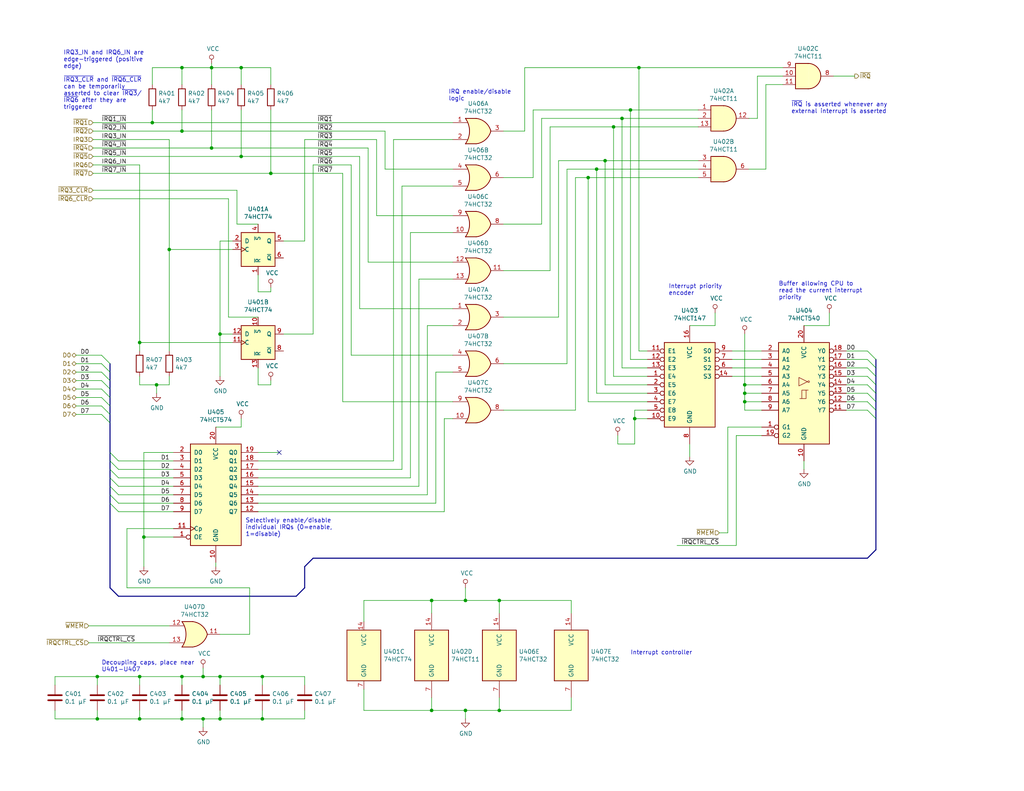
<source format=kicad_sch>
(kicad_sch (version 20211123) (generator eeschema)
  (paper "User" 307.34 237.49)
  (lib_symbols
    (symbol "74xx:74LS11" (pin_names (offset 1.016))
      (property "Reference" "U" (at 0 1.27 0))
      (property "Value" "74LS11" (at 0 -1.27 0))
      (symbol "74LS11_1_1"
        (pin input line (at -7.62 2.54 0) (length 3.81) (name "~") (number "1"))
        (pin output line (at 7.62 0 180) (length 3.81) (name "~") (number "12"))
        (pin input line (at -7.62 -2.54 0) (length 3.81) (name "~") (number "13"))
        (pin input line (at -7.62 0 0) (length 3.81) (name "~") (number "2"))
      )
      (symbol "74LS11_1_2"
        (pin input inverted (at -7.62 2.54 0) (length 4.318) (name "~") (number "1"))
        (pin output inverted (at 7.62 0 180) (length 3.81) (name "~") (number "12"))
        (pin input inverted (at -7.62 -2.54 0) (length 4.318) (name "~") (number "13"))
        (pin input inverted (at -7.62 0 0) (length 4.953) (name "~") (number "2"))
      )
      (symbol "74LS11_2_1"
        (pin input line (at -7.62 2.54 0) (length 3.81) (name "~") (number "3"))
        (pin input line (at -7.62 0 0) (length 3.81) (name "~") (number "4"))
        (pin input line (at -7.62 -2.54 0) (length 3.81) (name "~") (number "5"))
        (pin output line (at 7.62 0 180) (length 3.81) (name "~") (number "6"))
      )
      (symbol "74LS11_2_2"
        (pin input inverted (at -7.62 2.54 0) (length 4.318) (name "~") (number "3"))
        (pin input inverted (at -7.62 0 0) (length 4.953) (name "~") (number "4"))
        (pin input inverted (at -7.62 -2.54 0) (length 4.318) (name "~") (number "5"))
        (pin output inverted (at 7.62 0 180) (length 3.81) (name "~") (number "6"))
      )
      (symbol "74LS11_3_1"
        (pin input line (at -7.62 0 0) (length 3.81) (name "~") (number "10"))
        (pin input line (at -7.62 -2.54 0) (length 3.81) (name "~") (number "11"))
        (pin output line (at 7.62 0 180) (length 3.81) (name "~") (number "8"))
        (pin input line (at -7.62 2.54 0) (length 3.81) (name "~") (number "9"))
      )
      (symbol "74LS11_3_2"
        (pin input inverted (at -7.62 0 0) (length 4.953) (name "~") (number "10"))
        (pin input inverted (at -7.62 -2.54 0) (length 4.318) (name "~") (number "11"))
        (pin output inverted (at 7.62 0 180) (length 3.81) (name "~") (number "8"))
        (pin input inverted (at -7.62 2.54 0) (length 4.318) (name "~") (number "9"))
      )
      (symbol "74LS11_4_0"
        (pin power_in line (at 0 12.7 270) (length 5.08) (name "VCC") (number "14"))
        (pin power_in line (at 0 -12.7 90) (length 5.08) (name "GND") (number "7"))
      )
    )
    (symbol "74xx:74LS147" (pin_names (offset 1.016))
      (property "Reference" "U" (at -7.62 13.97 0))
      (property "Value" "74LS147" (at -7.62 -13.97 0))
      (symbol "74LS147_1_0"
        (pin input inverted (at -12.7 2.54 0) (length 5.08) (name "E4") (number "1"))
        (pin input inverted (at -12.7 -10.16 0) (length 5.08) (name "E9") (number "10"))
        (pin input inverted (at -12.7 10.16 0) (length 5.08) (name "E1") (number "11"))
        (pin input inverted (at -12.7 7.62 0) (length 5.08) (name "E2") (number "12"))
        (pin input inverted (at -12.7 5.08 0) (length 5.08) (name "E3") (number "13"))
        (pin output inverted (at 12.7 2.54 180) (length 5.08) (name "S3") (number "14"))
        (pin power_in line (at 0 17.78 270) (length 5.08) (name "VCC") (number "16"))
        (pin input inverted (at -12.7 0 0) (length 5.08) (name "E5") (number "2"))
        (pin input inverted (at -12.7 -2.54 0) (length 5.08) (name "E6") (number "3"))
        (pin input inverted (at -12.7 -5.08 0) (length 5.08) (name "E7") (number "4"))
        (pin input inverted (at -12.7 -7.62 0) (length 5.08) (name "E8") (number "5"))
        (pin output inverted (at 12.7 5.08 180) (length 5.08) (name "S2") (number "6"))
        (pin output inverted (at 12.7 7.62 180) (length 5.08) (name "S1") (number "7"))
        (pin power_in line (at 0 -17.78 90) (length 5.08) (name "GND") (number "8"))
        (pin output inverted (at 12.7 10.16 180) (length 5.08) (name "S0") (number "9"))
      )
    )
    (symbol "74xx:74LS32" (pin_names (offset 1.016))
      (property "Reference" "U" (at 0 1.27 0))
      (property "Value" "74LS32" (at 0 -1.27 0))
      (symbol "74LS32_1_1"
        (pin input line (at -7.62 2.54 0) (length 4.318) (name "~") (number "1"))
        (pin input line (at -7.62 -2.54 0) (length 4.318) (name "~") (number "2"))
        (pin output line (at 7.62 0 180) (length 3.81) (name "~") (number "3"))
      )
      (symbol "74LS32_1_2"
        (pin input inverted (at -7.62 2.54 0) (length 3.81) (name "~") (number "1"))
        (pin input inverted (at -7.62 -2.54 0) (length 3.81) (name "~") (number "2"))
        (pin output inverted (at 7.62 0 180) (length 3.81) (name "~") (number "3"))
      )
      (symbol "74LS32_2_1"
        (pin input line (at -7.62 2.54 0) (length 4.318) (name "~") (number "4"))
        (pin input line (at -7.62 -2.54 0) (length 4.318) (name "~") (number "5"))
        (pin output line (at 7.62 0 180) (length 3.81) (name "~") (number "6"))
      )
      (symbol "74LS32_2_2"
        (pin input inverted (at -7.62 2.54 0) (length 3.81) (name "~") (number "4"))
        (pin input inverted (at -7.62 -2.54 0) (length 3.81) (name "~") (number "5"))
        (pin output inverted (at 7.62 0 180) (length 3.81) (name "~") (number "6"))
      )
      (symbol "74LS32_3_1"
        (pin input line (at -7.62 -2.54 0) (length 4.318) (name "~") (number "10"))
        (pin output line (at 7.62 0 180) (length 3.81) (name "~") (number "8"))
        (pin input line (at -7.62 2.54 0) (length 4.318) (name "~") (number "9"))
      )
      (symbol "74LS32_3_2"
        (pin input inverted (at -7.62 -2.54 0) (length 3.81) (name "~") (number "10"))
        (pin output inverted (at 7.62 0 180) (length 3.81) (name "~") (number "8"))
        (pin input inverted (at -7.62 2.54 0) (length 3.81) (name "~") (number "9"))
      )
      (symbol "74LS32_4_1"
        (pin output line (at 7.62 0 180) (length 3.81) (name "~") (number "11"))
        (pin input line (at -7.62 2.54 0) (length 4.318) (name "~") (number "12"))
        (pin input line (at -7.62 -2.54 0) (length 4.318) (name "~") (number "13"))
      )
      (symbol "74LS32_4_2"
        (pin output inverted (at 7.62 0 180) (length 3.81) (name "~") (number "11"))
        (pin input inverted (at -7.62 2.54 0) (length 3.81) (name "~") (number "12"))
        (pin input inverted (at -7.62 -2.54 0) (length 3.81) (name "~") (number "13"))
      )
      (symbol "74LS32_5_0"
        (pin power_in line (at 0 12.7 270) (length 5.08) (name "VCC") (number "14"))
        (pin power_in line (at 0 -12.7 90) (length 5.08) (name "GND") (number "7"))
      )
    )
    (symbol "74xx:74LS540" (pin_names (offset 1.016))
      (property "Reference" "U" (at -7.62 16.51 0))
      (property "Value" "74LS540" (at -7.62 -16.51 0))
      (symbol "74LS540_1_0"
        (pin input inverted (at -12.7 -10.16 0) (length 5.08) (name "G1") (number "1"))
        (pin power_in line (at 0 -20.32 90) (length 5.08) (name "GND") (number "10"))
        (pin tri_state inverted (at 12.7 -5.08 180) (length 5.08) (name "Y7") (number "11"))
        (pin tri_state inverted (at 12.7 -2.54 180) (length 5.08) (name "Y6") (number "12"))
        (pin tri_state inverted (at 12.7 0 180) (length 5.08) (name "Y5") (number "13"))
        (pin tri_state inverted (at 12.7 2.54 180) (length 5.08) (name "Y4") (number "14"))
        (pin tri_state inverted (at 12.7 5.08 180) (length 5.08) (name "Y3") (number "15"))
        (pin tri_state inverted (at 12.7 7.62 180) (length 5.08) (name "Y2") (number "16"))
        (pin tri_state inverted (at 12.7 10.16 180) (length 5.08) (name "Y1") (number "17"))
        (pin tri_state inverted (at 12.7 12.7 180) (length 5.08) (name "Y0") (number "18"))
        (pin input inverted (at -12.7 -12.7 0) (length 5.08) (name "G2") (number "19"))
        (pin input line (at -12.7 12.7 0) (length 5.08) (name "A0") (number "2"))
        (pin power_in line (at 0 20.32 270) (length 5.08) (name "VCC") (number "20"))
        (pin input line (at -12.7 10.16 0) (length 5.08) (name "A1") (number "3"))
        (pin input line (at -12.7 7.62 0) (length 5.08) (name "A2") (number "4"))
        (pin input line (at -12.7 5.08 0) (length 5.08) (name "A3") (number "5"))
        (pin input line (at -12.7 2.54 0) (length 5.08) (name "A4") (number "6"))
        (pin input line (at -12.7 0 0) (length 5.08) (name "A5") (number "7"))
        (pin input line (at -12.7 -2.54 0) (length 5.08) (name "A6") (number "8"))
        (pin input line (at -12.7 -5.08 0) (length 5.08) (name "A7") (number "9"))
      )
    )
    (symbol "74xx:74LS574" (pin_names (offset 1.016))
      (property "Reference" "U" (at -7.62 16.51 0))
      (property "Value" "74LS574" (at -7.62 -16.51 0))
      (symbol "74LS574_1_0"
        (pin input inverted (at -12.7 -12.7 0) (length 5.08) (name "OE") (number "1"))
        (pin power_in line (at 0 -20.32 90) (length 5.08) (name "GND") (number "10"))
        (pin input clock (at -12.7 -10.16 0) (length 5.08) (name "Cp") (number "11"))
        (pin tri_state line (at 12.7 -5.08 180) (length 5.08) (name "Q7") (number "12"))
        (pin tri_state line (at 12.7 -2.54 180) (length 5.08) (name "Q6") (number "13"))
        (pin tri_state line (at 12.7 0 180) (length 5.08) (name "Q5") (number "14"))
        (pin tri_state line (at 12.7 2.54 180) (length 5.08) (name "Q4") (number "15"))
        (pin tri_state line (at 12.7 5.08 180) (length 5.08) (name "Q3") (number "16"))
        (pin tri_state line (at 12.7 7.62 180) (length 5.08) (name "Q2") (number "17"))
        (pin tri_state line (at 12.7 10.16 180) (length 5.08) (name "Q1") (number "18"))
        (pin tri_state line (at 12.7 12.7 180) (length 5.08) (name "Q0") (number "19"))
        (pin input line (at -12.7 12.7 0) (length 5.08) (name "D0") (number "2"))
        (pin power_in line (at 0 20.32 270) (length 5.08) (name "VCC") (number "20"))
        (pin input line (at -12.7 10.16 0) (length 5.08) (name "D1") (number "3"))
        (pin input line (at -12.7 7.62 0) (length 5.08) (name "D2") (number "4"))
        (pin input line (at -12.7 5.08 0) (length 5.08) (name "D3") (number "5"))
        (pin input line (at -12.7 2.54 0) (length 5.08) (name "D4") (number "6"))
        (pin input line (at -12.7 0 0) (length 5.08) (name "D5") (number "7"))
        (pin input line (at -12.7 -2.54 0) (length 5.08) (name "D6") (number "8"))
        (pin input line (at -12.7 -5.08 0) (length 5.08) (name "D7") (number "9"))
      )
    )
    (symbol "74xx:74LS74" (pin_names (offset 1.016))
      (property "Reference" "U" (at -7.62 8.89 0))
      (property "Value" "74LS74" (at -7.62 -8.89 0))
      (symbol "74LS74_1_0"
        (pin input line (at 0 -7.62 90) (length 2.54) (name "~{R}") (number "1"))
        (pin input line (at -7.62 2.54 0) (length 2.54) (name "D") (number "2"))
        (pin input clock (at -7.62 0 0) (length 2.54) (name "C") (number "3"))
        (pin input line (at 0 7.62 270) (length 2.54) (name "~{S}") (number "4"))
        (pin output line (at 7.62 2.54 180) (length 2.54) (name "Q") (number "5"))
        (pin output line (at 7.62 -2.54 180) (length 2.54) (name "~{Q}") (number "6"))
      )
      (symbol "74LS74_2_0"
        (pin input line (at 0 7.62 270) (length 2.54) (name "~{S}") (number "10"))
        (pin input clock (at -7.62 0 0) (length 2.54) (name "C") (number "11"))
        (pin input line (at -7.62 2.54 0) (length 2.54) (name "D") (number "12"))
        (pin input line (at 0 -7.62 90) (length 2.54) (name "~{R}") (number "13"))
        (pin output line (at 7.62 -2.54 180) (length 2.54) (name "~{Q}") (number "8"))
        (pin output line (at 7.62 2.54 180) (length 2.54) (name "Q") (number "9"))
      )
      (symbol "74LS74_3_0"
        (pin power_in line (at 0 10.16 270) (length 2.54) (name "VCC") (number "14"))
        (pin power_in line (at 0 -10.16 90) (length 2.54) (name "GND") (number "7"))
      )
    )
    (symbol "device:C" (pin_numbers hide) (pin_names (offset 0.254))
      (property "Reference" "C" (at 0.635 2.54 0))
      (property "Value" "C" (at 0.635 -2.54 0))
      (symbol "C_1_1"
        (pin passive line (at 0 3.81 270) (length 2.794) (name "~") (number "1"))
        (pin passive line (at 0 -3.81 90) (length 2.794) (name "~") (number "2"))
      )
    )
    (symbol "device:R" (pin_numbers hide) (pin_names (offset 0))
      (property "Reference" "R" (at 2.032 0 90))
      (property "Value" "R" (at 0 0 90))
      (symbol "R_1_1"
        (pin passive line (at 0 3.81 270) (length 1.27) (name "~") (number "1"))
        (pin passive line (at 0 -3.81 90) (length 1.27) (name "~") (number "2"))
      )
    )
    (symbol "power:GND" (power) (pin_names (offset 0))
      (property "Value" "GND" (at 0 -3.81 0))
      (symbol "GND_1_1"
        (pin power_in line (at 0 0 270) (length 0) hide (name "GND") (number "1"))
      )
    )
    (symbol "power:VCC" (power) (pin_names (offset 0))
      (property "Value" "VCC" (at 0 3.81 0))
      (symbol "VCC_1_1"
        (pin power_in line (at 0 0 90) (length 0) hide (name "VCC") (number "1"))
      )
    )
  )
  (junction (at 45.72 36.83))
  (junction (at 190.5 125.73))
  (junction (at 66.04 215.9))
  (junction (at 179.07 50.8))
  (junction (at 60.96 203.2))
  (junction (at 181.61 48.26))
  (junction (at 66.04 100.33))
  (junction (at 54.61 20.32))
  (junction (at 176.53 53.34))
  (junction (at 63.5 44.45))
  (junction (at 81.28 52.07))
  (junction (at 41.91 102.87))
  (junction (at 43.18 161.29))
  (junction (at 29.21 203.2))
  (junction (at 223.52 115.57))
  (junction (at 72.39 46.99))
  (junction (at 78.74 203.2))
  (junction (at 223.52 118.11))
  (junction (at 54.61 215.9))
  (junction (at 129.54 180.34))
  (junction (at 186.69 35.56))
  (junction (at 139.7 180.34))
  (junction (at 41.91 203.2))
  (junction (at 60.96 215.9))
  (junction (at 72.39 20.32))
  (junction (at 41.91 215.9))
  (junction (at 46.99 115.57))
  (junction (at 63.5 20.32))
  (junction (at 50.8 74.93))
  (junction (at 139.7 213.36))
  (junction (at 54.61 39.37))
  (junction (at 78.74 215.9))
  (junction (at 54.61 203.2))
  (junction (at 189.23 33.02))
  (junction (at 129.54 213.36))
  (junction (at 29.21 215.9))
  (junction (at 184.15 38.1))
  (junction (at 191.77 20.32))
  (junction (at 66.04 203.2))
  (junction (at 149.86 180.34))
  (junction (at 149.86 213.36))
  (junction (at 223.52 120.65))
  (no_connect (at 83.82 135.89))
  (bus_entry (at 33.02 140.97) (size 2.54 2.54))
  (bus_entry (at 260.35 120.65) (size 2.54 2.54))
  (bus_entry (at 33.02 148.59) (size 2.54 2.54))
  (bus_entry (at 30.48 124.46) (size 2.54 2.54))
  (bus_entry (at 260.35 123.19) (size 2.54 2.54))
  (bus_entry (at 33.02 146.05) (size 2.54 2.54))
  (bus_entry (at 30.48 119.38) (size 2.54 2.54))
  (bus_entry (at 30.48 109.22) (size 2.54 2.54))
  (bus_entry (at 30.48 114.3) (size 2.54 2.54))
  (bus_entry (at 33.02 138.43) (size 2.54 2.54))
  (bus_entry (at 30.48 106.68) (size 2.54 2.54))
  (bus_entry (at 30.48 116.84) (size 2.54 2.54))
  (bus_entry (at 30.48 111.76) (size 2.54 2.54))
  (bus_entry (at 33.02 135.89) (size 2.54 2.54))
  (bus_entry (at 260.35 115.57) (size 2.54 2.54))
  (bus_entry (at 33.02 143.51) (size 2.54 2.54))
  (bus_entry (at 33.02 151.13) (size 2.54 2.54))
  (bus_entry (at 260.35 110.49) (size 2.54 2.54))
  (bus_entry (at 260.35 113.03) (size 2.54 2.54))
  (bus_entry (at 260.35 107.95) (size 2.54 2.54))
  (bus_entry (at 30.48 121.92) (size 2.54 2.54))
  (bus_entry (at 260.35 118.11) (size 2.54 2.54))
  (bus_entry (at 260.35 105.41) (size 2.54 2.54))
  (wire (pts (xy 50.8 74.93) (xy 69.85 74.93)))
  (wire (pts (xy 179.07 50.8) (xy 209.55 50.8)))
  (wire (pts (xy 78.74 215.9) (xy 66.04 215.9)))
  (wire (pts (xy 77.47 135.89) (xy 83.82 135.89)))
  (wire (pts (xy 91.44 203.2) (xy 78.74 203.2)))
  (wire (pts (xy 29.21 203.2) (xy 41.91 203.2)))
  (wire (pts (xy 151.13 95.25) (xy 167.64 95.25)))
  (wire (pts (xy 149.86 184.15) (xy 149.86 180.34)))
  (wire (pts (xy 81.28 52.07) (xy 102.87 52.07)))
  (wire (pts (xy 118.11 138.43) (xy 118.11 41.91)))
  (wire (pts (xy 27.94 44.45) (xy 63.5 44.45)))
  (wire (pts (xy 77.47 140.97) (xy 120.65 140.97)))
  (wire (pts (xy 167.64 95.25) (xy 167.64 48.26)))
  (bus (pts (xy 33.02 140.97) (xy 33.02 143.51)))
  (wire (pts (xy 81.28 87.63) (xy 81.28 86.36)))
  (wire (pts (xy 41.91 102.87) (xy 41.91 49.53)))
  (wire (pts (xy 151.13 123.19) (xy 172.72 123.19)))
  (wire (pts (xy 203.2 163.83) (xy 220.98 163.83)))
  (wire (pts (xy 181.61 115.57) (xy 194.31 115.57)))
  (bus (pts (xy 33.02 151.13) (xy 33.02 176.53)))
  (wire (pts (xy 45.72 25.4) (xy 45.72 20.32)))
  (wire (pts (xy 135.89 78.74) (xy 110.49 78.74)))
  (wire (pts (xy 139.7 180.34) (xy 139.7 176.53)))
  (wire (pts (xy 123.19 69.85) (xy 135.89 69.85)))
  (wire (pts (xy 228.6 130.81) (xy 220.98 130.81)))
  (wire (pts (xy 130.81 151.13) (xy 130.81 111.76)))
  (bus (pts (xy 33.02 176.53) (xy 35.56 179.07)))
  (wire (pts (xy 128.27 148.59) (xy 128.27 97.79)))
  (wire (pts (xy 113.03 41.91) (xy 113.03 64.77)))
  (bus (pts (xy 93.98 167.64) (xy 260.35 167.64)))
  (wire (pts (xy 27.94 46.99) (xy 72.39 46.99)))
  (wire (pts (xy 72.39 20.32) (xy 63.5 20.32)))
  (wire (pts (xy 16.51 213.36) (xy 16.51 215.9)))
  (wire (pts (xy 229.87 50.8) (xy 229.87 25.4)))
  (wire (pts (xy 60.96 203.2) (xy 54.61 203.2)))
  (wire (pts (xy 78.74 205.74) (xy 78.74 203.2)))
  (bus (pts (xy 33.02 148.59) (xy 33.02 151.13)))
  (wire (pts (xy 179.07 118.11) (xy 179.07 50.8)))
  (wire (pts (xy 227.33 22.86) (xy 234.95 22.86)))
  (wire (pts (xy 135.89 50.8) (xy 115.57 50.8)))
  (wire (pts (xy 91.44 213.36) (xy 91.44 215.9)))
  (wire (pts (xy 254 107.95) (xy 260.35 107.95)))
  (wire (pts (xy 228.6 115.57) (xy 223.52 115.57)))
  (bus (pts (xy 262.89 123.19) (xy 262.89 125.73)))
  (wire (pts (xy 64.77 128.27) (xy 72.39 128.27)))
  (wire (pts (xy 254 115.57) (xy 260.35 115.57)))
  (wire (pts (xy 66.04 213.36) (xy 66.04 215.9)))
  (wire (pts (xy 110.49 78.74) (xy 110.49 44.45)))
  (wire (pts (xy 85.09 100.33) (xy 93.98 100.33)))
  (wire (pts (xy 254 110.49) (xy 260.35 110.49)))
  (wire (pts (xy 41.91 213.36) (xy 41.91 215.9)))
  (wire (pts (xy 63.5 33.02) (xy 63.5 44.45)))
  (wire (pts (xy 135.89 92.71) (xy 107.95 92.71)))
  (wire (pts (xy 227.33 35.56) (xy 227.33 22.86)))
  (wire (pts (xy 184.15 113.03) (xy 184.15 38.1)))
  (wire (pts (xy 181.61 48.26) (xy 209.55 48.26)))
  (wire (pts (xy 81.28 115.57) (xy 81.28 114.3)))
  (wire (pts (xy 66.04 205.74) (xy 66.04 203.2)))
  (wire (pts (xy 52.07 135.89) (xy 43.18 135.89)))
  (wire (pts (xy 93.98 100.33) (xy 93.98 49.53)))
  (wire (pts (xy 69.85 72.39) (xy 66.04 72.39)))
  (wire (pts (xy 54.61 33.02) (xy 54.61 39.37)))
  (wire (pts (xy 77.47 153.67) (xy 133.35 153.67)))
  (wire (pts (xy 77.47 138.43) (xy 118.11 138.43)))
  (wire (pts (xy 60.96 215.9) (xy 54.61 215.9)))
  (bus (pts (xy 262.89 107.95) (xy 262.89 110.49)))
  (wire (pts (xy 77.47 143.51) (xy 123.19 143.51)))
  (wire (pts (xy 248.92 97.79) (xy 248.92 93.98)))
  (wire (pts (xy 223.52 123.19) (xy 223.52 120.65)))
  (wire (pts (xy 63.5 25.4) (xy 63.5 20.32)))
  (bus (pts (xy 33.02 138.43) (xy 33.02 140.97)))
  (wire (pts (xy 162.56 67.31) (xy 162.56 35.56)))
  (wire (pts (xy 130.81 111.76) (xy 135.89 111.76)))
  (wire (pts (xy 120.65 55.88) (xy 135.89 55.88)))
  (wire (pts (xy 27.94 52.07) (xy 81.28 52.07)))
  (wire (pts (xy 162.56 35.56) (xy 186.69 35.56)))
  (wire (pts (xy 29.21 203.2) (xy 16.51 203.2)))
  (wire (pts (xy 27.94 57.15) (xy 71.12 57.15)))
  (wire (pts (xy 22.86 114.3) (xy 30.48 114.3)))
  (wire (pts (xy 151.13 39.37) (xy 157.48 39.37)))
  (wire (pts (xy 171.45 180.34) (xy 149.86 180.34)))
  (wire (pts (xy 52.07 140.97) (xy 35.56 140.97)))
  (wire (pts (xy 228.6 105.41) (xy 219.71 105.41)))
  (wire (pts (xy 223.52 115.57) (xy 223.52 100.33)))
  (wire (pts (xy 69.85 100.33) (xy 66.04 100.33)))
  (bus (pts (xy 33.02 114.3) (xy 33.02 116.84)))
  (wire (pts (xy 64.77 168.91) (xy 64.77 170.18)))
  (bus (pts (xy 262.89 115.57) (xy 262.89 118.11)))
  (bus (pts (xy 91.44 176.53) (xy 91.44 170.18)))
  (wire (pts (xy 63.5 20.32) (xy 63.5 19.05)))
  (bus (pts (xy 262.89 118.11) (xy 262.89 120.65)))
  (wire (pts (xy 186.69 110.49) (xy 186.69 35.56)))
  (wire (pts (xy 194.31 123.19) (xy 190.5 123.19)))
  (wire (pts (xy 77.47 87.63) (xy 81.28 87.63)))
  (wire (pts (xy 50.8 74.93) (xy 50.8 41.91)))
  (wire (pts (xy 52.07 153.67) (xy 35.56 153.67)))
  (wire (pts (xy 223.52 120.65) (xy 223.52 118.11)))
  (wire (pts (xy 191.77 105.41) (xy 191.77 20.32)))
  (wire (pts (xy 120.65 140.97) (xy 120.65 55.88)))
  (wire (pts (xy 77.47 115.57) (xy 81.28 115.57)))
  (wire (pts (xy 165.1 81.28) (xy 165.1 38.1)))
  (wire (pts (xy 129.54 184.15) (xy 129.54 180.34)))
  (wire (pts (xy 151.13 67.31) (xy 162.56 67.31)))
  (wire (pts (xy 109.22 207.01) (xy 109.22 213.36)))
  (wire (pts (xy 241.3 138.43) (xy 241.3 140.97)))
  (wire (pts (xy 68.58 95.25) (xy 68.58 59.69)))
  (wire (pts (xy 189.23 107.95) (xy 194.31 107.95)))
  (wire (pts (xy 54.61 213.36) (xy 54.61 215.9)))
  (wire (pts (xy 46.99 115.57) (xy 41.91 115.57)))
  (wire (pts (xy 22.86 119.38) (xy 30.48 119.38)))
  (wire (pts (xy 170.18 50.8) (xy 179.07 50.8)))
  (wire (pts (xy 50.8 105.41) (xy 50.8 74.93)))
  (wire (pts (xy 172.72 123.19) (xy 172.72 53.34)))
  (wire (pts (xy 157.48 20.32) (xy 191.77 20.32)))
  (wire (pts (xy 68.58 59.69) (xy 27.94 59.69)))
  (wire (pts (xy 109.22 213.36) (xy 129.54 213.36)))
  (wire (pts (xy 45.72 20.32) (xy 54.61 20.32)))
  (wire (pts (xy 194.31 105.41) (xy 191.77 105.41)))
  (wire (pts (xy 113.03 64.77) (xy 135.89 64.77)))
  (wire (pts (xy 254 120.65) (xy 260.35 120.65)))
  (wire (pts (xy 172.72 53.34) (xy 176.53 53.34)))
  (wire (pts (xy 190.5 125.73) (xy 190.5 133.35)))
  (wire (pts (xy 45.72 33.02) (xy 45.72 36.83)))
  (wire (pts (xy 224.79 50.8) (xy 229.87 50.8)))
  (wire (pts (xy 29.21 215.9) (xy 41.91 215.9)))
  (bus (pts (xy 33.02 127) (xy 33.02 135.89)))
  (wire (pts (xy 228.6 118.11) (xy 223.52 118.11)))
  (wire (pts (xy 228.6 107.95) (xy 219.71 107.95)))
  (wire (pts (xy 52.07 138.43) (xy 35.56 138.43)))
  (wire (pts (xy 22.86 109.22) (xy 30.48 109.22)))
  (wire (pts (xy 102.87 120.65) (xy 102.87 52.07)))
  (wire (pts (xy 179.07 118.11) (xy 194.31 118.11)))
  (wire (pts (xy 151.13 109.22) (xy 170.18 109.22)))
  (wire (pts (xy 149.86 209.55) (xy 149.86 213.36)))
  (wire (pts (xy 254 123.19) (xy 260.35 123.19)))
  (wire (pts (xy 149.86 180.34) (xy 139.7 180.34)))
  (wire (pts (xy 125.73 146.05) (xy 125.73 83.82)))
  (bus (pts (xy 33.02 116.84) (xy 33.02 119.38)))
  (wire (pts (xy 186.69 35.56) (xy 209.55 35.56)))
  (bus (pts (xy 33.02 143.51) (xy 33.02 146.05)))
  (wire (pts (xy 46.99 115.57) (xy 46.99 118.11)))
  (wire (pts (xy 54.61 203.2) (xy 41.91 203.2)))
  (wire (pts (xy 72.39 33.02) (xy 72.39 46.99)))
  (wire (pts (xy 52.07 146.05) (xy 35.56 146.05)))
  (wire (pts (xy 71.12 57.15) (xy 71.12 67.31)))
  (wire (pts (xy 38.1 176.53) (xy 38.1 158.75)))
  (wire (pts (xy 66.04 190.5) (xy 74.93 190.5)))
  (wire (pts (xy 160.02 33.02) (xy 189.23 33.02)))
  (wire (pts (xy 151.13 81.28) (xy 165.1 81.28)))
  (wire (pts (xy 228.6 128.27) (xy 218.44 128.27)))
  (wire (pts (xy 93.98 49.53) (xy 105.41 49.53)))
  (wire (pts (xy 118.11 41.91) (xy 135.89 41.91)))
  (wire (pts (xy 129.54 209.55) (xy 129.54 213.36)))
  (wire (pts (xy 185.42 133.35) (xy 185.42 130.81)))
  (wire (pts (xy 29.21 205.74) (xy 29.21 203.2)))
  (wire (pts (xy 54.61 205.74) (xy 54.61 203.2)))
  (wire (pts (xy 66.04 100.33) (xy 66.04 113.03)))
  (wire (pts (xy 189.23 33.02) (xy 209.55 33.02)))
  (wire (pts (xy 77.47 67.31) (xy 71.12 67.31)))
  (wire (pts (xy 91.44 41.91) (xy 113.03 41.91)))
  (bus (pts (xy 33.02 135.89) (xy 33.02 138.43)))
  (wire (pts (xy 181.61 115.57) (xy 181.61 48.26)))
  (wire (pts (xy 191.77 20.32) (xy 234.95 20.32)))
  (wire (pts (xy 91.44 72.39) (xy 91.44 41.91)))
  (wire (pts (xy 60.96 203.2) (xy 60.96 200.66)))
  (wire (pts (xy 52.07 143.51) (xy 35.56 143.51)))
  (bus (pts (xy 262.89 113.03) (xy 262.89 115.57)))
  (wire (pts (xy 41.91 205.74) (xy 41.91 203.2)))
  (wire (pts (xy 229.87 25.4) (xy 234.95 25.4)))
  (wire (pts (xy 105.41 49.53) (xy 105.41 106.68)))
  (wire (pts (xy 165.1 38.1) (xy 184.15 38.1)))
  (wire (pts (xy 151.13 53.34) (xy 160.02 53.34)))
  (wire (pts (xy 72.39 46.99) (xy 107.95 46.99)))
  (wire (pts (xy 186.69 110.49) (xy 194.31 110.49)))
  (wire (pts (xy 254 118.11) (xy 260.35 118.11)))
  (wire (pts (xy 171.45 184.15) (xy 171.45 180.34)))
  (wire (pts (xy 26.67 193.04) (xy 50.8 193.04)))
  (wire (pts (xy 22.86 106.68) (xy 30.48 106.68)))
  (bus (pts (xy 262.89 120.65) (xy 262.89 123.19)))
  (wire (pts (xy 139.7 213.36) (xy 129.54 213.36)))
  (wire (pts (xy 41.91 49.53) (xy 27.94 49.53)))
  (wire (pts (xy 184.15 38.1) (xy 209.55 38.1)))
  (wire (pts (xy 74.93 190.5) (xy 74.93 176.53)))
  (wire (pts (xy 66.04 215.9) (xy 60.96 215.9)))
  (wire (pts (xy 81.28 33.02) (xy 81.28 52.07)))
  (wire (pts (xy 85.09 72.39) (xy 91.44 72.39)))
  (wire (pts (xy 16.51 215.9) (xy 29.21 215.9)))
  (wire (pts (xy 250.19 22.86) (xy 256.54 22.86)))
  (wire (pts (xy 133.35 125.73) (xy 135.89 125.73)))
  (wire (pts (xy 54.61 215.9) (xy 41.91 215.9)))
  (wire (pts (xy 220.98 130.81) (xy 220.98 163.83)))
  (wire (pts (xy 176.53 120.65) (xy 194.31 120.65)))
  (wire (pts (xy 218.44 160.02) (xy 215.9 160.02)))
  (wire (pts (xy 176.53 53.34) (xy 209.55 53.34)))
  (wire (pts (xy 125.73 83.82) (xy 135.89 83.82)))
  (bus (pts (xy 33.02 111.76) (xy 33.02 114.3)))
  (bus (pts (xy 91.44 170.18) (xy 93.98 167.64)))
  (wire (pts (xy 50.8 113.03) (xy 50.8 115.57)))
  (wire (pts (xy 45.72 36.83) (xy 135.89 36.83)))
  (wire (pts (xy 109.22 180.34) (xy 129.54 180.34)))
  (wire (pts (xy 241.3 97.79) (xy 248.92 97.79)))
  (bus (pts (xy 33.02 124.46) (xy 33.02 127)))
  (wire (pts (xy 38.1 158.75) (xy 52.07 158.75)))
  (bus (pts (xy 33.02 146.05) (xy 33.02 148.59)))
  (wire (pts (xy 170.18 109.22) (xy 170.18 50.8)))
  (wire (pts (xy 41.91 102.87) (xy 69.85 102.87)))
  (wire (pts (xy 149.86 213.36) (xy 139.7 213.36)))
  (wire (pts (xy 115.57 50.8) (xy 115.57 39.37)))
  (wire (pts (xy 50.8 187.96) (xy 26.67 187.96)))
  (wire (pts (xy 157.48 39.37) (xy 157.48 20.32)))
  (wire (pts (xy 228.6 113.03) (xy 219.71 113.03)))
  (wire (pts (xy 54.61 39.37) (xy 115.57 39.37)))
  (wire (pts (xy 190.5 133.35) (xy 185.42 133.35)))
  (wire (pts (xy 128.27 97.79) (xy 135.89 97.79)))
  (bus (pts (xy 260.35 167.64) (xy 262.89 165.1)))
  (wire (pts (xy 194.31 125.73) (xy 190.5 125.73)))
  (wire (pts (xy 60.96 215.9) (xy 60.96 218.44)))
  (wire (pts (xy 123.19 143.51) (xy 123.19 69.85)))
  (wire (pts (xy 52.07 161.29) (xy 43.18 161.29)))
  (wire (pts (xy 50.8 41.91) (xy 27.94 41.91)))
  (wire (pts (xy 184.15 113.03) (xy 194.31 113.03)))
  (wire (pts (xy 22.86 111.76) (xy 30.48 111.76)))
  (wire (pts (xy 74.93 176.53) (xy 38.1 176.53)))
  (wire (pts (xy 228.6 110.49) (xy 219.71 110.49)))
  (wire (pts (xy 52.07 151.13) (xy 35.56 151.13)))
  (wire (pts (xy 224.79 35.56) (xy 227.33 35.56)))
  (wire (pts (xy 27.94 36.83) (xy 45.72 36.83)))
  (wire (pts (xy 78.74 203.2) (xy 66.04 203.2)))
  (wire (pts (xy 189.23 107.95) (xy 189.23 33.02)))
  (bus (pts (xy 35.56 179.07) (xy 88.9 179.07)))
  (wire (pts (xy 176.53 120.65) (xy 176.53 53.34)))
  (bus (pts (xy 33.02 109.22) (xy 33.02 111.76)))
  (wire (pts (xy 81.28 20.32) (xy 72.39 20.32)))
  (wire (pts (xy 207.01 133.35) (xy 207.01 137.16)))
  (wire (pts (xy 63.5 44.45) (xy 110.49 44.45)))
  (wire (pts (xy 139.7 180.34) (xy 129.54 180.34)))
  (wire (pts (xy 41.91 115.57) (xy 41.91 113.03)))
  (wire (pts (xy 167.64 48.26) (xy 181.61 48.26)))
  (wire (pts (xy 190.5 123.19) (xy 190.5 125.73)))
  (wire (pts (xy 207.01 97.79) (xy 214.63 97.79)))
  (wire (pts (xy 43.18 161.29) (xy 43.18 170.18)))
  (wire (pts (xy 109.22 186.69) (xy 109.22 180.34)))
  (wire (pts (xy 105.41 106.68) (xy 135.89 106.68)))
  (wire (pts (xy 78.74 213.36) (xy 78.74 215.9)))
  (wire (pts (xy 228.6 123.19) (xy 223.52 123.19)))
  (wire (pts (xy 77.47 148.59) (xy 128.27 148.59)))
  (wire (pts (xy 22.86 124.46) (xy 30.48 124.46)))
  (bus (pts (xy 262.89 125.73) (xy 262.89 165.1)))
  (wire (pts (xy 43.18 135.89) (xy 43.18 161.29)))
  (wire (pts (xy 139.7 213.36) (xy 139.7 215.9)))
  (wire (pts (xy 214.63 97.79) (xy 214.63 93.98)))
  (wire (pts (xy 54.61 25.4) (xy 54.61 20.32)))
  (wire (pts (xy 77.47 151.13) (xy 130.81 151.13)))
  (wire (pts (xy 91.44 205.74) (xy 91.44 203.2)))
  (wire (pts (xy 218.44 128.27) (xy 218.44 160.02)))
  (bus (pts (xy 33.02 121.92) (xy 33.02 124.46)))
  (wire (pts (xy 77.47 146.05) (xy 125.73 146.05)))
  (wire (pts (xy 107.95 92.71) (xy 107.95 46.99)))
  (wire (pts (xy 52.07 148.59) (xy 35.56 148.59)))
  (wire (pts (xy 223.52 118.11) (xy 223.52 115.57)))
  (bus (pts (xy 262.89 110.49) (xy 262.89 113.03)))
  (wire (pts (xy 254 113.03) (xy 260.35 113.03)))
  (wire (pts (xy 41.91 105.41) (xy 41.91 102.87)))
  (wire (pts (xy 171.45 213.36) (xy 149.86 213.36)))
  (wire (pts (xy 160.02 53.34) (xy 160.02 33.02)))
  (wire (pts (xy 22.86 116.84) (xy 30.48 116.84)))
  (wire (pts (xy 72.39 25.4) (xy 72.39 20.32)))
  (wire (pts (xy 68.58 95.25) (xy 77.47 95.25)))
  (bus (pts (xy 33.02 119.38) (xy 33.02 121.92)))
  (wire (pts (xy 77.47 82.55) (xy 77.47 87.63)))
  (wire (pts (xy 22.86 121.92) (xy 30.48 121.92)))
  (wire (pts (xy 72.39 128.27) (xy 72.39 125.73)))
  (wire (pts (xy 50.8 115.57) (xy 46.99 115.57)))
  (wire (pts (xy 228.6 120.65) (xy 223.52 120.65)))
  (wire (pts (xy 135.89 120.65) (xy 102.87 120.65)))
  (wire (pts (xy 254 105.41) (xy 260.35 105.41)))
  (bus (pts (xy 88.9 179.07) (xy 91.44 176.53)))
  (wire (pts (xy 171.45 209.55) (xy 171.45 213.36)))
  (wire (pts (xy 66.04 203.2) (xy 60.96 203.2)))
  (wire (pts (xy 54.61 20.32) (xy 63.5 20.32)))
  (wire (pts (xy 91.44 215.9) (xy 78.74 215.9)))
  (wire (pts (xy 81.28 25.4) (xy 81.28 20.32)))
  (wire (pts (xy 16.51 203.2) (xy 16.51 205.74)))
  (wire (pts (xy 66.04 72.39) (xy 66.04 100.33)))
  (wire (pts (xy 133.35 153.67) (xy 133.35 125.73)))
  (wire (pts (xy 29.21 213.36) (xy 29.21 215.9)))
  (wire (pts (xy 77.47 110.49) (xy 77.47 115.57)))
  (wire (pts (xy 27.94 39.37) (xy 54.61 39.37)))
  (text "Buffer allowing CPU to\nread the current interrupt\npriority" (at 233.68 90.17 0) (effects (font (size 1.27 1.27)) (justify left bottom)))
  (text "Selectively enable/disable\nindividual IRQs (0=enable,\n1=disable)" (at 73.66 161.29 0) (effects (font (size 1.27 1.27)) (justify left bottom)))
  (text "Interrupt controller" (at 189.23 196.85 0) (effects (font (size 1.27 1.27)) (justify left bottom)))
  (text "Interrupt priority\nencoder" (at 200.66 88.9 0) (effects (font (size 1.27 1.27)) (justify left bottom)))
  (text "IRQ3_IN and IRQ6_IN are\nedge-triggered (positive\nedge)\n\n~{IRQ3_CLR} and ~{IRQ6_CLR}\ncan be temporarily\nasserted to clear ~{IRQ3}/\n~{IRQ6} after they are\ntriggered" (at 19.05 33.02 0) (effects (font (size 1.27 1.27)) (justify left bottom)))
  (text "~{IRQ} is asserted whenever any\nexternal interrupt is asserted" (at 237.49 34.29 0) (effects (font (size 1.27 1.27)) (justify left bottom)))
  (text "IRQ enable/disable\nlogic" (at 134.62 30.48 0) (effects (font (size 1.27 1.27)) (justify left bottom)))
  (text "Decoupling caps, place near\nU401-U407" (at 30.48 201.93 0) (effects (font (size 1.27 1.27)) (justify left bottom)))
  (label "D4" (at 24.13 116.84 0))
  (label "D7" (at 24.13 124.46 0))
  (label "~{IRQ6}" (at 95.25 49.53 0))
  (label "IRQ3_IN" (at 30.48 41.91 0))
  (label "D2" (at 24.13 111.76 0))
  (label "~{IRQ2}" (at 95.25 39.37 0))
  (label "D1" (at 48.26 138.43 0))
  (label "IRQ6_IN" (at 30.48 49.53 0))
  (label "~{IRQ4_IN}" (at 30.48 44.45 0))
  (label "~{IRQ4}" (at 95.25 44.45 0))
  (label "D1" (at 254 107.95 0))
  (label "~{IRQ1_IN}" (at 30.48 36.83 0))
  (label "D6" (at 24.13 121.92 0))
  (label "D3" (at 24.13 114.3 0))
  (label "D4" (at 48.26 146.05 0))
  (label "D0" (at 24.13 106.68 0))
  (label "~{IRQ1}" (at 95.25 36.83 0))
  (label "D6" (at 48.26 151.13 0))
  (label "~{IRQCTRL_CS}" (at 204.47 163.83 0))
  (label "~{IRQ7}" (at 95.25 52.07 0))
  (label "~{IRQ3}" (at 95.25 41.91 0))
  (label "D7" (at 254 123.19 0))
  (label "D7" (at 48.26 153.67 0))
  (label "~{IRQCTRL_CS}" (at 29.21 193.04 0))
  (label "D5" (at 24.13 119.38 0))
  (label "~{IRQ7_IN}" (at 30.48 52.07 0))
  (label "D4" (at 254 115.57 0))
  (label "D2" (at 48.26 140.97 0))
  (label "~{IRQ5}" (at 95.25 46.99 0))
  (label "D5" (at 48.26 148.59 0))
  (label "~{IRQ5_IN}" (at 30.48 46.99 0))
  (label "D2" (at 254 110.49 0))
  (label "D3" (at 48.26 143.51 0))
  (label "D3" (at 254 113.03 0))
  (label "D0" (at 254 105.41 0))
  (label "~{IRQ2_IN}" (at 30.48 39.37 0))
  (label "D5" (at 254 118.11 0))
  (label "D1" (at 24.13 109.22 0))
  (label "D6" (at 254 120.65 0))
  (hierarchical_label "D2" (shape bidirectional) (at 22.86 111.76 180))
  (hierarchical_label "D5" (shape bidirectional) (at 22.86 119.38 180))
  (hierarchical_label "D1" (shape bidirectional) (at 22.86 109.22 180))
  (hierarchical_label "~{IRQ6_CLR}" (shape input) (at 27.94 59.69 180))
  (hierarchical_label "~{IRQ}" (shape output) (at 256.54 22.86 0))
  (hierarchical_label "D6" (shape bidirectional) (at 22.86 121.92 180))
  (hierarchical_label "IRQ3" (shape input) (at 27.94 41.91 180))
  (hierarchical_label "D3" (shape bidirectional) (at 22.86 114.3 180))
  (hierarchical_label "~{IRQ3_CLR}" (shape input) (at 27.94 57.15 180))
  (hierarchical_label "~{IRQ2}" (shape input) (at 27.94 39.37 180))
  (hierarchical_label "~{IRQ7}" (shape input) (at 27.94 52.07 180))
  (hierarchical_label "D0" (shape bidirectional) (at 22.86 106.68 180))
  (hierarchical_label "~{RMEM}" (shape input) (at 215.9 160.02 180))
  (hierarchical_label "D4" (shape bidirectional) (at 22.86 116.84 180))
  (hierarchical_label "~{IRQCTRL_CS}" (shape input) (at 26.67 193.04 180))
  (hierarchical_label "~{WMEM}" (shape input) (at 26.67 187.96 180))
  (hierarchical_label "~{IRQ4}" (shape input) (at 27.94 44.45 180))
  (hierarchical_label "~{IRQ5}" (shape input) (at 27.94 46.99 180))
  (hierarchical_label "~{IRQ1}" (shape input) (at 27.94 36.83 180))
  (hierarchical_label "D7" (shape bidirectional) (at 22.86 124.46 180))
  (hierarchical_label "IRQ6" (shape input) (at 27.94 49.53 180))
  (symbol (lib_id "74xx:74LS147") (at 207.01 115.57 0) (unit 1)
    (property "Reference" "U403" (at 207.01 93.2688 0))
    (property "Value" "74HCT147" (at 207.01 95.5802 0))
    (property "Footprint" "Package_DIP:DIP-16_W7.62mm_Socket" (effects hide))
  )
  (symbol (lib_id "74xx:74LS74") (at 77.47 74.93 0) (unit 1)
    (property "Reference" "U401" (at 77.47 62.7888 0))
    (property "Value" "74HCT74" (at 77.47 65.1002 0))
    (property "Footprint" "Package_DIP:DIP-14_W7.62mm_Socket" (effects hide))
  )
  (symbol (lib_id "74xx:74LS74") (at 77.47 102.87 0) (unit 2)
    (property "Reference" "U401" (at 77.47 90.7288 0))
    (property "Value" "74HCT74" (at 77.47 93.0402 0))
    (property "Footprint" "Package_DIP:DIP-14_W7.62mm_Socket" (effects hide))
  )
  (symbol (lib_id "74xx:74LS74") (at 109.22 196.85 0) (unit 3)
    (property "Reference" "U401" (at 115.062 195.6816 0) (effects (justify left)))
    (property "Value" "74HCT74" (at 115.062 197.993 0) (effects (justify left)))
    (property "Footprint" "Package_DIP:DIP-14_W7.62mm_Socket" (effects hide))
  )
  (symbol (lib_id "74xx:74LS11") (at 217.17 35.56 0) (unit 1)
    (property "Reference" "U402" (at 217.17 27.305 0))
    (property "Value" "74HCT11" (at 217.17 29.6164 0))
    (property "Footprint" "Package_DIP:DIP-14_W7.62mm_Socket" (effects hide))
  )
  (symbol (lib_id "74xx:74LS11") (at 217.17 50.8 0) (unit 2)
    (property "Reference" "U402" (at 217.17 42.545 0))
    (property "Value" "74HCT11" (at 217.17 44.8564 0))
    (property "Footprint" "Package_DIP:DIP-14_W7.62mm_Socket" (effects hide))
  )
  (symbol (lib_id "74xx:74LS11") (at 242.57 22.86 0) (unit 3)
    (property "Reference" "U402" (at 242.57 14.605 0))
    (property "Value" "74HCT11" (at 242.57 16.9164 0))
    (property "Footprint" "Package_DIP:DIP-14_W7.62mm_Socket" (effects hide))
  )
  (symbol (lib_id "74xx:74LS11") (at 129.54 196.85 0) (unit 4)
    (property "Reference" "U402" (at 135.382 195.6816 0) (effects (justify left)))
    (property "Value" "74HCT11" (at 135.382 197.993 0) (effects (justify left)))
    (property "Footprint" "Package_DIP:DIP-14_W7.62mm_Socket" (effects hide))
  )
  (symbol (lib_id "power:GND") (at 66.04 113.03 0) (unit 1)
    (property "Reference" "#PWR0156" (effects hide))
    (property "Value" "GND" (at 66.167 117.4242 0))
  )
  (symbol (lib_id "power:VCC") (at 81.28 86.36 0) (unit 1)
    (property "Reference" "#PWR0157" (effects hide))
    (property "Value" "VCC" (at 81.7118 81.9658 0))
  )
  (symbol (lib_id "power:VCC") (at 81.28 114.3 0) (unit 1)
    (property "Reference" "#PWR0158" (effects hide))
    (property "Value" "VCC" (at 81.7118 109.9058 0))
  )
  (symbol (lib_id "power:VCC") (at 214.63 93.98 0) (unit 1)
    (property "Reference" "#PWR0159" (effects hide))
    (property "Value" "VCC" (at 215.0618 89.5858 0))
  )
  (symbol (lib_id "power:GND") (at 207.01 137.16 0) (unit 1)
    (property "Reference" "#PWR0160" (effects hide))
    (property "Value" "GND" (at 207.137 141.5542 0))
  )
  (symbol (lib_id "power:VCC") (at 185.42 130.81 0) (unit 1)
    (property "Reference" "#PWR0161" (effects hide))
    (property "Value" "VCC" (at 185.8518 126.4158 0))
  )
  (symbol (lib_id "device:R") (at 45.72 29.21 0) (unit 1)
    (property "Reference" "R401" (at 47.498 28.0416 0) (effects (justify left)))
    (property "Value" "4k7" (at 47.498 30.353 0) (effects (justify left)))
    (property "Footprint" "Resistor_THT:R_Axial_DIN0204_L3.6mm_D1.6mm_P7.62mm_Horizontal" (effects hide))
  )
  (symbol (lib_id "device:R") (at 54.61 29.21 0) (unit 1)
    (property "Reference" "R402" (at 56.388 28.0416 0) (effects (justify left)))
    (property "Value" "4k7" (at 56.388 30.353 0) (effects (justify left)))
    (property "Footprint" "Resistor_THT:R_Axial_DIN0204_L3.6mm_D1.6mm_P7.62mm_Horizontal" (effects hide))
  )
  (symbol (lib_id "device:R") (at 63.5 29.21 0) (unit 1)
    (property "Reference" "R404" (at 65.278 28.0416 0) (effects (justify left)))
    (property "Value" "4k7" (at 65.278 30.353 0) (effects (justify left)))
    (property "Footprint" "Resistor_THT:R_Axial_DIN0204_L3.6mm_D1.6mm_P7.62mm_Horizontal" (effects hide))
  )
  (symbol (lib_id "device:R") (at 72.39 29.21 0) (unit 1)
    (property "Reference" "R405" (at 74.168 28.0416 0) (effects (justify left)))
    (property "Value" "4k7" (at 74.168 30.353 0) (effects (justify left)))
    (property "Footprint" "Resistor_THT:R_Axial_DIN0204_L3.6mm_D1.6mm_P7.62mm_Horizontal" (effects hide))
  )
  (symbol (lib_id "device:R") (at 81.28 29.21 0) (unit 1)
    (property "Reference" "R406" (at 83.058 28.0416 0) (effects (justify left)))
    (property "Value" "4k7" (at 83.058 30.353 0) (effects (justify left)))
    (property "Footprint" "Resistor_THT:R_Axial_DIN0204_L3.6mm_D1.6mm_P7.62mm_Horizontal" (effects hide))
  )
  (symbol (lib_id "power:VCC") (at 63.5 19.05 0) (unit 1)
    (property "Reference" "#PWR0168" (effects hide))
    (property "Value" "VCC" (at 63.9318 14.6558 0))
  )
  (symbol (lib_id "74xx:74LS540") (at 241.3 118.11 0) (unit 1)
    (property "Reference" "U404" (at 241.3 93.2688 0))
    (property "Value" "74HCT540" (at 241.3 95.5802 0))
    (property "Footprint" "Package_DIP:DIP-20_W7.62mm_Socket" (effects hide))
  )
  (symbol (lib_id "power:GND") (at 241.3 140.97 0) (unit 1)
    (property "Reference" "#PWR0162" (effects hide))
    (property "Value" "GND" (at 241.427 145.3642 0))
  )
  (symbol (lib_id "device:R") (at 41.91 109.22 0) (unit 1)
    (property "Reference" "R407" (at 43.688 108.0516 0) (effects (justify left)))
    (property "Value" "4k7" (at 43.688 110.363 0) (effects (justify left)))
    (property "Footprint" "Resistor_THT:R_Axial_DIN0204_L3.6mm_D1.6mm_P7.62mm_Horizontal" (effects hide))
  )
  (symbol (lib_id "device:R") (at 50.8 109.22 0) (unit 1)
    (property "Reference" "R403" (at 52.578 108.0516 0) (effects (justify left)))
    (property "Value" "4k7" (at 52.578 110.363 0) (effects (justify left)))
    (property "Footprint" "Resistor_THT:R_Axial_DIN0204_L3.6mm_D1.6mm_P7.62mm_Horizontal" (effects hide))
  )
  (symbol (lib_id "power:GND") (at 46.99 118.11 0) (unit 1)
    (property "Reference" "#PWR0163" (effects hide))
    (property "Value" "GND" (at 47.117 122.5042 0))
  )
  (symbol (lib_id "power:VCC") (at 139.7 176.53 0) (unit 1)
    (property "Reference" "#PWR0164" (effects hide))
    (property "Value" "VCC" (at 140.1318 172.1358 0))
  )
  (symbol (lib_id "power:GND") (at 139.7 215.9 0) (unit 1)
    (property "Reference" "#PWR0165" (effects hide))
    (property "Value" "GND" (at 139.827 220.2942 0))
  )
  (symbol (lib_id "device:C") (at 16.51 209.55 0) (unit 1)
    (property "Reference" "C401" (at 19.431 208.3816 0) (effects (justify left)))
    (property "Value" "0.1 μF" (at 19.431 210.693 0) (effects (justify left)))
    (property "Footprint" "Capacitor_THT:C_Disc_D5.0mm_W2.5mm_P2.50mm" (effects hide))
  )
  (symbol (lib_id "power:VCC") (at 60.96 200.66 0) (unit 1)
    (property "Reference" "#PWR0166" (effects hide))
    (property "Value" "VCC" (at 61.3918 196.2658 0))
  )
  (symbol (lib_id "power:GND") (at 60.96 218.44 0) (unit 1)
    (property "Reference" "#PWR0167" (effects hide))
    (property "Value" "GND" (at 61.087 222.8342 0))
  )
  (symbol (lib_id "74xx:74LS574") (at 64.77 148.59 0) (unit 1)
    (property "Reference" "U405" (at 64.77 123.7488 0))
    (property "Value" "74HCT574" (at 64.77 126.0602 0))
    (property "Footprint" "Package_DIP:DIP-20_W7.62mm_Socket" (effects hide))
  )
  (symbol (lib_id "power:VCC") (at 72.39 125.73 0) (unit 1)
    (property "Reference" "#PWR0169" (effects hide))
    (property "Value" "VCC" (at 72.8218 121.3358 0))
  )
  (symbol (lib_id "power:GND") (at 43.18 170.18 0) (unit 1)
    (property "Reference" "#PWR0173" (effects hide))
    (property "Value" "GND" (at 43.307 174.5742 0))
  )
  (symbol (lib_id "power:GND") (at 64.77 170.18 0) (unit 1)
    (property "Reference" "#PWR0170" (effects hide))
    (property "Value" "GND" (at 64.897 174.5742 0))
  )
  (symbol (lib_id "74xx:74LS32") (at 143.51 39.37 0) (unit 1)
    (property "Reference" "U406" (at 143.51 31.115 0))
    (property "Value" "74HCT32" (at 143.51 33.4264 0))
    (property "Footprint" "Package_DIP:DIP-14_W7.62mm_Socket" (effects hide))
  )
  (symbol (lib_id "74xx:74LS32") (at 143.51 53.34 0) (unit 2)
    (property "Reference" "U406" (at 143.51 45.085 0))
    (property "Value" "74HCT32" (at 143.51 47.3964 0))
    (property "Footprint" "Package_DIP:DIP-14_W7.62mm_Socket" (effects hide))
  )
  (symbol (lib_id "74xx:74LS32") (at 143.51 67.31 0) (unit 3)
    (property "Reference" "U406" (at 143.51 59.055 0))
    (property "Value" "74HCT32" (at 143.51 61.3664 0))
    (property "Footprint" "Package_DIP:DIP-14_W7.62mm_Socket" (effects hide))
  )
  (symbol (lib_id "74xx:74LS32") (at 143.51 81.28 0) (unit 4)
    (property "Reference" "U406" (at 143.51 73.025 0))
    (property "Value" "74HCT32" (at 143.51 75.3364 0))
    (property "Footprint" "Package_DIP:DIP-14_W7.62mm_Socket" (effects hide))
  )
  (symbol (lib_id "74xx:74LS32") (at 149.86 196.85 0) (unit 5)
    (property "Reference" "U406" (at 155.702 195.6816 0) (effects (justify left)))
    (property "Value" "74HCT32" (at 155.702 197.993 0) (effects (justify left)))
    (property "Footprint" "Package_DIP:DIP-14_W7.62mm_Socket" (effects hide))
  )
  (symbol (lib_id "74xx:74LS32") (at 143.51 95.25 0) (unit 1)
    (property "Reference" "U407" (at 143.51 86.995 0))
    (property "Value" "74HCT32" (at 143.51 89.3064 0))
    (property "Footprint" "Package_DIP:DIP-14_W7.62mm_Socket" (effects hide))
  )
  (symbol (lib_id "74xx:74LS32") (at 143.51 109.22 0) (unit 2)
    (property "Reference" "U407" (at 143.51 100.965 0))
    (property "Value" "74HCT32" (at 143.51 103.2764 0))
    (property "Footprint" "Package_DIP:DIP-14_W7.62mm_Socket" (effects hide))
  )
  (symbol (lib_id "74xx:74LS32") (at 143.51 123.19 0) (unit 3)
    (property "Reference" "U407" (at 143.51 114.935 0))
    (property "Value" "74HCT32" (at 143.51 117.2464 0))
    (property "Footprint" "Package_DIP:DIP-14_W7.62mm_Socket" (effects hide))
  )
  (symbol (lib_id "74xx:74LS32") (at 58.42 190.5 0) (unit 4)
    (property "Reference" "U407" (at 58.42 182.245 0))
    (property "Value" "74HCT32" (at 58.42 184.5564 0))
    (property "Footprint" "Package_DIP:DIP-14_W7.62mm_Socket" (effects hide))
  )
  (symbol (lib_id "74xx:74LS32") (at 171.45 196.85 0) (unit 5)
    (property "Reference" "U407" (at 177.292 195.6816 0) (effects (justify left)))
    (property "Value" "74HCT32" (at 177.292 197.993 0) (effects (justify left)))
    (property "Footprint" "Package_DIP:DIP-14_W7.62mm_Socket" (effects hide))
  )
  (symbol (lib_id "power:VCC") (at 248.92 93.98 0) (unit 1)
    (property "Reference" "#PWR0171" (effects hide))
    (property "Value" "VCC" (at 249.3518 89.5858 0))
  )
  (symbol (lib_id "power:VCC") (at 223.52 100.33 0) (unit 1)
    (property "Reference" "#PWR0172" (effects hide))
    (property "Value" "VCC" (at 223.9518 95.9358 0))
  )
  (symbol (lib_id "device:C") (at 29.21 209.55 0) (unit 1)
    (property "Reference" "C402" (at 32.131 208.3816 0) (effects (justify left)))
    (property "Value" "0.1 μF" (at 32.131 210.693 0) (effects (justify left)))
    (property "Footprint" "Capacitor_THT:C_Disc_D5.0mm_W2.5mm_P2.50mm" (effects hide))
  )
  (symbol (lib_id "device:C") (at 41.91 209.55 0) (unit 1)
    (property "Reference" "C403" (at 44.831 208.3816 0) (effects (justify left)))
    (property "Value" "0.1 μF" (at 44.831 210.693 0) (effects (justify left)))
    (property "Footprint" "Capacitor_THT:C_Disc_D5.0mm_W2.5mm_P2.50mm" (effects hide))
  )
  (symbol (lib_id "device:C") (at 54.61 209.55 0) (unit 1)
    (property "Reference" "C404" (at 57.531 208.3816 0) (effects (justify left)))
    (property "Value" "0.1 μF" (at 57.531 210.693 0) (effects (justify left)))
    (property "Footprint" "Capacitor_THT:C_Disc_D5.0mm_W2.5mm_P2.50mm" (effects hide))
  )
  (symbol (lib_id "device:C") (at 66.04 209.55 0) (unit 1)
    (property "Reference" "C405" (at 68.961 208.3816 0) (effects (justify left)))
    (property "Value" "0.1 μF" (at 68.961 210.693 0) (effects (justify left)))
    (property "Footprint" "Capacitor_THT:C_Disc_D5.0mm_W2.5mm_P2.50mm" (effects hide))
  )
  (symbol (lib_id "device:C") (at 78.74 209.55 0) (unit 1)
    (property "Reference" "C406" (at 81.661 208.3816 0) (effects (justify left)))
    (property "Value" "0.1 μF" (at 81.661 210.693 0) (effects (justify left)))
    (property "Footprint" "Capacitor_THT:C_Disc_D5.0mm_W2.5mm_P2.50mm" (effects hide))
  )
  (symbol (lib_id "device:C") (at 91.44 209.55 0) (unit 1)
    (property "Reference" "C407" (at 94.361 208.3816 0) (effects (justify left)))
    (property "Value" "0.1 μF" (at 94.361 210.693 0) (effects (justify left)))
    (property "Footprint" "Capacitor_THT:C_Disc_D5.0mm_W2.5mm_P2.50mm" (effects hide))
  )
)
</source>
